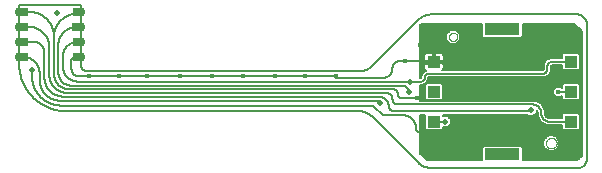
<source format=gtl>
G75*
%MOIN*%
%OFA0B0*%
%FSLAX25Y25*%
%IPPOS*%
%LPD*%
%AMOC8*
5,1,8,0,0,1.08239X$1,22.5*
%
%ADD10C,0.00600*%
%ADD11R,0.04331X0.03937*%
%ADD12R,0.11811X0.03937*%
%ADD13C,0.00000*%
%ADD14C,0.03012*%
%ADD15R,0.03150X0.02992*%
%ADD16C,0.01587*%
%ADD17C,0.02000*%
D10*
X0069810Y0059490D02*
X0074633Y0059490D01*
X0074735Y0059498D02*
X0167262Y0059498D01*
X0167409Y0059498D01*
X0171585Y0057812D02*
X0187193Y0042285D01*
X0190050Y0043100D02*
X0187550Y0045600D01*
X0187550Y0058400D01*
X0189209Y0058400D01*
X0189150Y0058341D01*
X0189150Y0053659D01*
X0189677Y0053131D01*
X0194753Y0053131D01*
X0195281Y0053659D01*
X0195281Y0054100D01*
X0196837Y0054100D01*
X0197950Y0055213D01*
X0197950Y0056787D01*
X0196837Y0057900D01*
X0195281Y0057900D01*
X0195281Y0058341D01*
X0195222Y0058400D01*
X0223363Y0058400D01*
X0223863Y0057900D01*
X0225437Y0057900D01*
X0226550Y0059013D01*
X0226550Y0059839D01*
X0226795Y0059414D01*
X0226850Y0059000D01*
X0226850Y0057875D01*
X0227975Y0055925D01*
X0227975Y0055925D01*
X0227975Y0055925D01*
X0229925Y0054800D01*
X0234819Y0054800D01*
X0234819Y0053659D01*
X0235346Y0053131D01*
X0240423Y0053131D01*
X0240950Y0053659D01*
X0240950Y0058341D01*
X0240423Y0058868D01*
X0235346Y0058868D01*
X0234819Y0058341D01*
X0234819Y0057200D01*
X0231050Y0057200D01*
X0230584Y0057261D01*
X0229777Y0057727D01*
X0229311Y0058534D01*
X0229250Y0059000D01*
X0229250Y0060072D01*
X0228178Y0061928D01*
X0226322Y0063000D01*
X0187550Y0063000D01*
X0187550Y0068200D01*
X0188547Y0068200D01*
X0189640Y0068831D01*
X0189150Y0068341D01*
X0189150Y0063659D01*
X0189677Y0063131D01*
X0194753Y0063131D01*
X0195281Y0063659D01*
X0195281Y0068341D01*
X0194753Y0068868D01*
X0189705Y0068868D01*
X0189753Y0068897D01*
X0190450Y0070103D01*
X0190450Y0070800D01*
X0190450Y0072000D02*
X0190383Y0071998D01*
X0190316Y0071992D01*
X0190249Y0071983D01*
X0190183Y0071970D01*
X0190118Y0071953D01*
X0190054Y0071933D01*
X0189991Y0071909D01*
X0189929Y0071881D01*
X0189870Y0071850D01*
X0189812Y0071816D01*
X0189756Y0071779D01*
X0189702Y0071738D01*
X0189650Y0071695D01*
X0189601Y0071649D01*
X0189555Y0071600D01*
X0189512Y0071548D01*
X0189471Y0071494D01*
X0189434Y0071438D01*
X0189400Y0071380D01*
X0189369Y0071321D01*
X0189341Y0071259D01*
X0189317Y0071196D01*
X0189297Y0071132D01*
X0189280Y0071067D01*
X0189267Y0071001D01*
X0189258Y0070934D01*
X0189252Y0070867D01*
X0189250Y0070800D01*
X0190450Y0070800D02*
X0229200Y0070800D01*
X0230500Y0071550D01*
X0231250Y0072850D01*
X0231250Y0074400D01*
X0231264Y0074504D01*
X0231367Y0074683D01*
X0231546Y0074786D01*
X0231650Y0074800D01*
X0234819Y0074800D01*
X0234819Y0073659D01*
X0235346Y0073131D01*
X0240423Y0073131D01*
X0240950Y0073659D01*
X0240950Y0078341D01*
X0240423Y0078868D01*
X0235346Y0078868D01*
X0234819Y0078341D01*
X0234819Y0077200D01*
X0230900Y0077200D01*
X0229600Y0076450D01*
X0229600Y0076450D01*
X0229600Y0076450D01*
X0228850Y0075150D01*
X0228850Y0073600D01*
X0228836Y0073496D01*
X0228733Y0073317D01*
X0228554Y0073214D01*
X0228450Y0073200D01*
X0195105Y0073200D01*
X0195261Y0073356D01*
X0195406Y0073607D01*
X0195481Y0073887D01*
X0195481Y0075700D01*
X0192515Y0075700D01*
X0192515Y0076300D01*
X0191915Y0076300D01*
X0191915Y0075700D01*
X0188950Y0075700D01*
X0188950Y0073887D01*
X0189025Y0073607D01*
X0189170Y0073356D01*
X0189375Y0073151D01*
X0189549Y0073051D01*
X0188693Y0072557D01*
X0188693Y0072557D01*
X0188693Y0072557D01*
X0188050Y0071443D01*
X0188050Y0070800D01*
X0188043Y0070748D01*
X0187991Y0070659D01*
X0187902Y0070607D01*
X0187850Y0070600D01*
X0187550Y0070600D01*
X0187550Y0088100D01*
X0188050Y0088600D01*
X0208244Y0088600D01*
X0208244Y0084525D01*
X0208772Y0083998D01*
X0221328Y0083998D01*
X0221855Y0084525D01*
X0221855Y0088600D01*
X0239050Y0088600D01*
X0241550Y0086100D01*
X0241550Y0044600D01*
X0240050Y0043100D01*
X0221855Y0043100D01*
X0221855Y0047475D01*
X0221328Y0048002D01*
X0208772Y0048002D01*
X0208244Y0047475D01*
X0208244Y0043100D01*
X0190050Y0043100D01*
X0189587Y0043563D02*
X0208244Y0043563D01*
X0208244Y0044161D02*
X0188989Y0044161D01*
X0188390Y0044760D02*
X0208244Y0044760D01*
X0208244Y0045358D02*
X0187792Y0045358D01*
X0187550Y0045957D02*
X0208244Y0045957D01*
X0208244Y0046555D02*
X0187550Y0046555D01*
X0187550Y0047154D02*
X0208244Y0047154D01*
X0208522Y0047752D02*
X0187550Y0047752D01*
X0187550Y0048351D02*
X0228717Y0048351D01*
X0228717Y0048343D02*
X0229124Y0047361D01*
X0229875Y0046609D01*
X0230857Y0046202D01*
X0231920Y0046202D01*
X0232902Y0046609D01*
X0233653Y0047361D01*
X0234060Y0048343D01*
X0234060Y0049405D01*
X0233653Y0050387D01*
X0232902Y0051139D01*
X0231920Y0051546D01*
X0230857Y0051546D01*
X0229875Y0051139D01*
X0229124Y0050387D01*
X0228717Y0049405D01*
X0228717Y0048343D01*
X0228717Y0048949D02*
X0187550Y0048949D01*
X0187550Y0049548D02*
X0228776Y0049548D01*
X0229024Y0050146D02*
X0187550Y0050146D01*
X0187550Y0050745D02*
X0229481Y0050745D01*
X0230369Y0051343D02*
X0187550Y0051343D01*
X0187550Y0051942D02*
X0241550Y0051942D01*
X0241550Y0052540D02*
X0187550Y0052540D01*
X0187450Y0052600D02*
X0196650Y0052600D01*
X0195281Y0053737D02*
X0234819Y0053737D01*
X0234819Y0054336D02*
X0197073Y0054336D01*
X0198750Y0054700D02*
X0198748Y0054611D01*
X0198742Y0054522D01*
X0198733Y0054433D01*
X0198720Y0054345D01*
X0198703Y0054258D01*
X0198682Y0054171D01*
X0198658Y0054085D01*
X0198630Y0054000D01*
X0198599Y0053917D01*
X0198564Y0053835D01*
X0198525Y0053755D01*
X0198483Y0053676D01*
X0198438Y0053599D01*
X0198390Y0053524D01*
X0198338Y0053451D01*
X0198284Y0053381D01*
X0198226Y0053313D01*
X0198166Y0053247D01*
X0198103Y0053184D01*
X0198037Y0053124D01*
X0197969Y0053066D01*
X0197899Y0053012D01*
X0197826Y0052960D01*
X0197751Y0052912D01*
X0197674Y0052867D01*
X0197595Y0052825D01*
X0197515Y0052786D01*
X0197433Y0052751D01*
X0197350Y0052720D01*
X0197265Y0052692D01*
X0197179Y0052668D01*
X0197092Y0052647D01*
X0197005Y0052630D01*
X0196917Y0052617D01*
X0196828Y0052608D01*
X0196739Y0052602D01*
X0196650Y0052600D01*
X0194761Y0053139D02*
X0235339Y0053139D01*
X0233850Y0056000D02*
X0237885Y0056000D01*
X0231050Y0056000D01*
X0229692Y0054934D02*
X0197671Y0054934D01*
X0197950Y0055533D02*
X0228655Y0055533D01*
X0227856Y0056132D02*
X0197950Y0056132D01*
X0197950Y0056730D02*
X0227511Y0056730D01*
X0227165Y0057329D02*
X0197408Y0057329D01*
X0195281Y0057927D02*
X0223836Y0057927D01*
X0225464Y0057927D02*
X0226850Y0057927D01*
X0226850Y0058526D02*
X0226063Y0058526D01*
X0226550Y0059124D02*
X0226834Y0059124D01*
X0226617Y0059723D02*
X0226550Y0059723D01*
X0228050Y0059000D02*
X0228048Y0059105D01*
X0228042Y0059209D01*
X0228032Y0059314D01*
X0228019Y0059417D01*
X0228001Y0059521D01*
X0227980Y0059623D01*
X0227955Y0059725D01*
X0227926Y0059825D01*
X0227893Y0059925D01*
X0227856Y0060023D01*
X0227816Y0060120D01*
X0227773Y0060215D01*
X0227726Y0060308D01*
X0227675Y0060400D01*
X0227621Y0060490D01*
X0227563Y0060577D01*
X0227503Y0060663D01*
X0227439Y0060746D01*
X0227372Y0060826D01*
X0227303Y0060904D01*
X0227230Y0060980D01*
X0227154Y0061053D01*
X0227076Y0061122D01*
X0226996Y0061189D01*
X0226913Y0061253D01*
X0226827Y0061313D01*
X0226740Y0061371D01*
X0226650Y0061425D01*
X0226558Y0061476D01*
X0226465Y0061523D01*
X0226370Y0061566D01*
X0226273Y0061606D01*
X0226175Y0061643D01*
X0226075Y0061676D01*
X0225975Y0061705D01*
X0225873Y0061730D01*
X0225771Y0061751D01*
X0225667Y0061769D01*
X0225564Y0061782D01*
X0225459Y0061792D01*
X0225355Y0061798D01*
X0225250Y0061800D01*
X0180450Y0061800D01*
X0178850Y0059600D02*
X0178771Y0059602D01*
X0178693Y0059608D01*
X0178615Y0059617D01*
X0178538Y0059631D01*
X0178461Y0059648D01*
X0178386Y0059669D01*
X0178311Y0059694D01*
X0178238Y0059722D01*
X0178166Y0059754D01*
X0178096Y0059789D01*
X0178027Y0059828D01*
X0177961Y0059870D01*
X0177897Y0059915D01*
X0177835Y0059963D01*
X0177776Y0060014D01*
X0177719Y0060069D01*
X0177664Y0060126D01*
X0177613Y0060185D01*
X0177565Y0060247D01*
X0177520Y0060311D01*
X0177478Y0060377D01*
X0177439Y0060446D01*
X0177404Y0060516D01*
X0177372Y0060588D01*
X0177344Y0060661D01*
X0177319Y0060736D01*
X0177298Y0060811D01*
X0177281Y0060888D01*
X0177267Y0060965D01*
X0177258Y0061043D01*
X0177252Y0061121D01*
X0177250Y0061200D01*
X0178850Y0059600D02*
X0224450Y0059600D01*
X0224476Y0059602D01*
X0224502Y0059607D01*
X0224527Y0059615D01*
X0224550Y0059627D01*
X0224572Y0059641D01*
X0224591Y0059659D01*
X0224609Y0059678D01*
X0224623Y0059700D01*
X0224635Y0059723D01*
X0224643Y0059748D01*
X0224648Y0059774D01*
X0224650Y0059800D01*
X0227852Y0062117D02*
X0241550Y0062117D01*
X0241550Y0062715D02*
X0226815Y0062715D01*
X0228178Y0061928D02*
X0228178Y0061928D01*
X0228178Y0061928D01*
X0228415Y0061518D02*
X0241550Y0061518D01*
X0241550Y0060920D02*
X0228761Y0060920D01*
X0229106Y0060321D02*
X0241550Y0060321D01*
X0241550Y0059723D02*
X0229250Y0059723D01*
X0229250Y0059124D02*
X0241550Y0059124D01*
X0241550Y0058526D02*
X0240766Y0058526D01*
X0240950Y0057927D02*
X0241550Y0057927D01*
X0241550Y0057329D02*
X0240950Y0057329D01*
X0240950Y0056730D02*
X0241550Y0056730D01*
X0241550Y0056132D02*
X0240950Y0056132D01*
X0240950Y0055533D02*
X0241550Y0055533D01*
X0241550Y0054934D02*
X0240950Y0054934D01*
X0240950Y0054336D02*
X0241550Y0054336D01*
X0241550Y0053737D02*
X0240950Y0053737D01*
X0240430Y0053139D02*
X0241550Y0053139D01*
X0241550Y0051343D02*
X0232408Y0051343D01*
X0233296Y0050745D02*
X0241550Y0050745D01*
X0241550Y0050146D02*
X0233753Y0050146D01*
X0234001Y0049548D02*
X0241550Y0049548D01*
X0241550Y0048949D02*
X0234060Y0048949D01*
X0234060Y0048351D02*
X0241550Y0048351D01*
X0241550Y0047752D02*
X0233816Y0047752D01*
X0233447Y0047154D02*
X0241550Y0047154D01*
X0241550Y0046555D02*
X0232772Y0046555D01*
X0230005Y0046555D02*
X0221855Y0046555D01*
X0221855Y0045957D02*
X0241550Y0045957D01*
X0241550Y0045358D02*
X0221855Y0045358D01*
X0221855Y0044760D02*
X0241550Y0044760D01*
X0241111Y0044161D02*
X0221855Y0044161D01*
X0221855Y0043563D02*
X0240513Y0043563D01*
X0243239Y0043750D02*
X0243237Y0043640D01*
X0243231Y0043530D01*
X0243222Y0043421D01*
X0243208Y0043312D01*
X0243191Y0043203D01*
X0243170Y0043095D01*
X0243145Y0042988D01*
X0243117Y0042882D01*
X0243085Y0042777D01*
X0243049Y0042673D01*
X0243010Y0042570D01*
X0242967Y0042469D01*
X0242920Y0042369D01*
X0242870Y0042271D01*
X0242817Y0042175D01*
X0242760Y0042081D01*
X0242700Y0041989D01*
X0242637Y0041898D01*
X0242571Y0041811D01*
X0242502Y0041725D01*
X0242430Y0041642D01*
X0242355Y0041562D01*
X0242277Y0041484D01*
X0242197Y0041409D01*
X0242114Y0041337D01*
X0242028Y0041268D01*
X0241941Y0041202D01*
X0241850Y0041139D01*
X0241758Y0041079D01*
X0241664Y0041022D01*
X0241568Y0040969D01*
X0241470Y0040919D01*
X0241370Y0040872D01*
X0241269Y0040829D01*
X0241166Y0040790D01*
X0241062Y0040754D01*
X0240957Y0040722D01*
X0240851Y0040694D01*
X0240744Y0040669D01*
X0240636Y0040648D01*
X0240527Y0040631D01*
X0240418Y0040617D01*
X0240309Y0040608D01*
X0240199Y0040602D01*
X0240089Y0040600D01*
X0239941Y0040600D01*
X0191516Y0040600D01*
X0191369Y0040600D01*
X0191368Y0040600D02*
X0191214Y0040602D01*
X0191061Y0040608D01*
X0190907Y0040618D01*
X0190754Y0040631D01*
X0190601Y0040649D01*
X0190449Y0040671D01*
X0190297Y0040696D01*
X0190146Y0040725D01*
X0189996Y0040759D01*
X0189846Y0040796D01*
X0189698Y0040836D01*
X0189551Y0040881D01*
X0189405Y0040929D01*
X0189260Y0040981D01*
X0189116Y0041037D01*
X0188975Y0041097D01*
X0188834Y0041160D01*
X0188695Y0041226D01*
X0188559Y0041296D01*
X0188423Y0041370D01*
X0188290Y0041447D01*
X0188159Y0041527D01*
X0188030Y0041611D01*
X0187903Y0041698D01*
X0187778Y0041788D01*
X0187656Y0041882D01*
X0187536Y0041978D01*
X0187419Y0042078D01*
X0187304Y0042180D01*
X0187192Y0042285D01*
X0187550Y0053139D02*
X0189670Y0053139D01*
X0189150Y0053737D02*
X0187550Y0053737D01*
X0186450Y0053600D02*
X0186452Y0053540D01*
X0186457Y0053479D01*
X0186466Y0053420D01*
X0186479Y0053361D01*
X0186495Y0053302D01*
X0186515Y0053245D01*
X0186538Y0053190D01*
X0186565Y0053135D01*
X0186594Y0053083D01*
X0186627Y0053032D01*
X0186663Y0052983D01*
X0186701Y0052937D01*
X0186743Y0052893D01*
X0186787Y0052851D01*
X0186833Y0052813D01*
X0186882Y0052777D01*
X0186933Y0052744D01*
X0186985Y0052715D01*
X0187040Y0052688D01*
X0187095Y0052665D01*
X0187152Y0052645D01*
X0187211Y0052629D01*
X0187270Y0052616D01*
X0187329Y0052607D01*
X0187390Y0052602D01*
X0187450Y0052600D01*
X0187550Y0054336D02*
X0189150Y0054336D01*
X0189150Y0054934D02*
X0187550Y0054934D01*
X0187550Y0055533D02*
X0189150Y0055533D01*
X0189150Y0056132D02*
X0187550Y0056132D01*
X0187550Y0056730D02*
X0189150Y0056730D01*
X0189150Y0057329D02*
X0187550Y0057329D01*
X0187550Y0057927D02*
X0189150Y0057927D01*
X0192215Y0056000D02*
X0196050Y0056000D01*
X0198750Y0055700D02*
X0198750Y0054700D01*
X0186450Y0053600D02*
X0186448Y0053734D01*
X0186442Y0053867D01*
X0186432Y0054001D01*
X0186419Y0054134D01*
X0186401Y0054267D01*
X0186380Y0054399D01*
X0186355Y0054530D01*
X0186326Y0054661D01*
X0186293Y0054791D01*
X0186257Y0054919D01*
X0186217Y0055047D01*
X0186173Y0055173D01*
X0186125Y0055298D01*
X0186074Y0055422D01*
X0186019Y0055544D01*
X0185961Y0055664D01*
X0185899Y0055783D01*
X0185834Y0055900D01*
X0185765Y0056015D01*
X0185693Y0056128D01*
X0185618Y0056238D01*
X0185540Y0056347D01*
X0185458Y0056453D01*
X0185374Y0056557D01*
X0185286Y0056658D01*
X0185196Y0056757D01*
X0185103Y0056853D01*
X0185007Y0056946D01*
X0184908Y0057036D01*
X0184807Y0057124D01*
X0184703Y0057208D01*
X0184597Y0057290D01*
X0184488Y0057368D01*
X0184378Y0057443D01*
X0184265Y0057515D01*
X0184150Y0057584D01*
X0184033Y0057649D01*
X0183914Y0057711D01*
X0183794Y0057769D01*
X0183672Y0057824D01*
X0183548Y0057875D01*
X0183423Y0057923D01*
X0183297Y0057967D01*
X0183169Y0058007D01*
X0183041Y0058043D01*
X0182911Y0058076D01*
X0182780Y0058105D01*
X0182649Y0058130D01*
X0182517Y0058151D01*
X0182384Y0058169D01*
X0182251Y0058182D01*
X0182117Y0058192D01*
X0181984Y0058198D01*
X0181850Y0058200D01*
X0175250Y0058200D01*
X0172050Y0061400D01*
X0068250Y0061400D01*
X0067850Y0063000D02*
X0173450Y0063000D01*
X0173505Y0062998D01*
X0173559Y0062993D01*
X0173613Y0062983D01*
X0173666Y0062970D01*
X0173718Y0062954D01*
X0173769Y0062934D01*
X0173818Y0062910D01*
X0173866Y0062884D01*
X0173911Y0062854D01*
X0173955Y0062821D01*
X0173996Y0062785D01*
X0174035Y0062746D01*
X0174071Y0062705D01*
X0174104Y0062661D01*
X0174134Y0062616D01*
X0174160Y0062568D01*
X0174184Y0062519D01*
X0174204Y0062468D01*
X0174220Y0062416D01*
X0174233Y0062363D01*
X0174243Y0062309D01*
X0174248Y0062255D01*
X0174250Y0062200D01*
X0174050Y0064400D02*
X0174162Y0064398D01*
X0174273Y0064392D01*
X0174384Y0064382D01*
X0174495Y0064369D01*
X0174606Y0064351D01*
X0174715Y0064330D01*
X0174824Y0064305D01*
X0174932Y0064276D01*
X0175039Y0064243D01*
X0175144Y0064207D01*
X0175249Y0064167D01*
X0175352Y0064123D01*
X0175453Y0064076D01*
X0175552Y0064025D01*
X0175650Y0063971D01*
X0175746Y0063914D01*
X0175839Y0063853D01*
X0175931Y0063789D01*
X0176020Y0063722D01*
X0176107Y0063651D01*
X0176191Y0063578D01*
X0176273Y0063502D01*
X0176352Y0063423D01*
X0176428Y0063341D01*
X0176501Y0063257D01*
X0176572Y0063170D01*
X0176639Y0063081D01*
X0176703Y0062989D01*
X0176764Y0062896D01*
X0176821Y0062800D01*
X0176875Y0062702D01*
X0176926Y0062603D01*
X0176973Y0062502D01*
X0177017Y0062399D01*
X0177057Y0062294D01*
X0177093Y0062189D01*
X0177126Y0062082D01*
X0177155Y0061974D01*
X0177180Y0061865D01*
X0177201Y0061756D01*
X0177219Y0061645D01*
X0177232Y0061534D01*
X0177242Y0061423D01*
X0177248Y0061312D01*
X0177250Y0061200D01*
X0178450Y0063800D02*
X0178448Y0063883D01*
X0178442Y0063966D01*
X0178433Y0064049D01*
X0178419Y0064131D01*
X0178402Y0064212D01*
X0178381Y0064293D01*
X0178357Y0064372D01*
X0178328Y0064450D01*
X0178297Y0064527D01*
X0178261Y0064602D01*
X0178223Y0064676D01*
X0178180Y0064748D01*
X0178135Y0064817D01*
X0178086Y0064885D01*
X0178035Y0064950D01*
X0177980Y0065013D01*
X0177923Y0065073D01*
X0177863Y0065130D01*
X0177800Y0065185D01*
X0177735Y0065236D01*
X0177667Y0065285D01*
X0177598Y0065330D01*
X0177526Y0065373D01*
X0177452Y0065411D01*
X0177377Y0065447D01*
X0177300Y0065478D01*
X0177222Y0065507D01*
X0177143Y0065531D01*
X0177062Y0065552D01*
X0176981Y0065569D01*
X0176899Y0065583D01*
X0176816Y0065592D01*
X0176733Y0065598D01*
X0176650Y0065600D01*
X0070250Y0065600D01*
X0070850Y0066800D02*
X0178850Y0066800D01*
X0178923Y0066798D01*
X0178996Y0066792D01*
X0179069Y0066783D01*
X0179141Y0066769D01*
X0179212Y0066752D01*
X0179283Y0066731D01*
X0179352Y0066707D01*
X0179419Y0066679D01*
X0179486Y0066647D01*
X0179550Y0066612D01*
X0179612Y0066574D01*
X0179673Y0066533D01*
X0179731Y0066488D01*
X0179787Y0066440D01*
X0179840Y0066390D01*
X0179890Y0066337D01*
X0179938Y0066281D01*
X0179983Y0066223D01*
X0180024Y0066162D01*
X0180062Y0066100D01*
X0180097Y0066036D01*
X0180129Y0065969D01*
X0180157Y0065902D01*
X0180181Y0065833D01*
X0180202Y0065762D01*
X0180219Y0065691D01*
X0180233Y0065619D01*
X0180242Y0065546D01*
X0180248Y0065473D01*
X0180250Y0065400D01*
X0180252Y0065321D01*
X0180258Y0065243D01*
X0180267Y0065165D01*
X0180281Y0065088D01*
X0180298Y0065011D01*
X0180319Y0064936D01*
X0180344Y0064861D01*
X0180372Y0064788D01*
X0180404Y0064716D01*
X0180439Y0064646D01*
X0180478Y0064577D01*
X0180520Y0064511D01*
X0180565Y0064447D01*
X0180613Y0064385D01*
X0180664Y0064326D01*
X0180719Y0064269D01*
X0180776Y0064214D01*
X0180835Y0064163D01*
X0180897Y0064115D01*
X0180961Y0064070D01*
X0181027Y0064028D01*
X0181096Y0063989D01*
X0181166Y0063954D01*
X0181238Y0063922D01*
X0181311Y0063894D01*
X0181386Y0063869D01*
X0181461Y0063848D01*
X0181538Y0063831D01*
X0181615Y0063817D01*
X0181693Y0063808D01*
X0181771Y0063802D01*
X0181850Y0063800D01*
X0186550Y0063800D01*
X0187550Y0063912D02*
X0189150Y0063912D01*
X0189150Y0064511D02*
X0187550Y0064511D01*
X0187550Y0065109D02*
X0189150Y0065109D01*
X0189150Y0065708D02*
X0187550Y0065708D01*
X0187550Y0066306D02*
X0189150Y0066306D01*
X0189150Y0066905D02*
X0187550Y0066905D01*
X0187550Y0067503D02*
X0189150Y0067503D01*
X0189150Y0068102D02*
X0187550Y0068102D01*
X0187850Y0069400D02*
X0184250Y0069400D01*
X0073650Y0069400D01*
X0071650Y0068000D02*
X0181850Y0068000D01*
X0181937Y0067998D01*
X0182024Y0067992D01*
X0182111Y0067983D01*
X0182197Y0067970D01*
X0182283Y0067953D01*
X0182368Y0067932D01*
X0182451Y0067907D01*
X0182534Y0067879D01*
X0182615Y0067848D01*
X0182695Y0067813D01*
X0182773Y0067774D01*
X0182850Y0067732D01*
X0182925Y0067687D01*
X0182997Y0067638D01*
X0183068Y0067587D01*
X0183136Y0067532D01*
X0183201Y0067475D01*
X0183264Y0067414D01*
X0183325Y0067351D01*
X0183382Y0067286D01*
X0183437Y0067218D01*
X0183488Y0067147D01*
X0183537Y0067075D01*
X0183582Y0067000D01*
X0183624Y0066923D01*
X0183663Y0066845D01*
X0183698Y0066765D01*
X0183729Y0066684D01*
X0183757Y0066601D01*
X0183782Y0066518D01*
X0183803Y0066433D01*
X0183820Y0066347D01*
X0183833Y0066261D01*
X0183842Y0066174D01*
X0183848Y0066087D01*
X0183850Y0066000D01*
X0180450Y0061800D02*
X0180363Y0061802D01*
X0180276Y0061808D01*
X0180189Y0061817D01*
X0180103Y0061830D01*
X0180017Y0061847D01*
X0179932Y0061868D01*
X0179849Y0061893D01*
X0179766Y0061921D01*
X0179685Y0061952D01*
X0179605Y0061987D01*
X0179527Y0062026D01*
X0179450Y0062068D01*
X0179375Y0062113D01*
X0179303Y0062162D01*
X0179232Y0062213D01*
X0179164Y0062268D01*
X0179099Y0062325D01*
X0179036Y0062386D01*
X0178975Y0062449D01*
X0178918Y0062514D01*
X0178863Y0062582D01*
X0178812Y0062653D01*
X0178763Y0062725D01*
X0178718Y0062800D01*
X0178676Y0062877D01*
X0178637Y0062955D01*
X0178602Y0063035D01*
X0178571Y0063116D01*
X0178543Y0063199D01*
X0178518Y0063282D01*
X0178497Y0063367D01*
X0178480Y0063453D01*
X0178467Y0063539D01*
X0178458Y0063626D01*
X0178452Y0063713D01*
X0178450Y0063800D01*
X0174050Y0064400D02*
X0068850Y0064400D01*
X0067850Y0063000D02*
X0067681Y0063002D01*
X0067512Y0063008D01*
X0067343Y0063018D01*
X0067174Y0063033D01*
X0067006Y0063051D01*
X0066839Y0063073D01*
X0066672Y0063100D01*
X0066505Y0063130D01*
X0066340Y0063165D01*
X0066175Y0063203D01*
X0066011Y0063246D01*
X0065848Y0063292D01*
X0065687Y0063343D01*
X0065527Y0063397D01*
X0065368Y0063455D01*
X0065210Y0063517D01*
X0065054Y0063582D01*
X0064900Y0063652D01*
X0064748Y0063725D01*
X0064597Y0063802D01*
X0064448Y0063882D01*
X0064301Y0063966D01*
X0064157Y0064054D01*
X0064014Y0064145D01*
X0063874Y0064239D01*
X0063736Y0064337D01*
X0063600Y0064438D01*
X0063467Y0064542D01*
X0063336Y0064650D01*
X0063208Y0064760D01*
X0063083Y0064874D01*
X0062960Y0064991D01*
X0062841Y0065110D01*
X0062724Y0065233D01*
X0062610Y0065358D01*
X0062500Y0065486D01*
X0062392Y0065617D01*
X0062288Y0065750D01*
X0062187Y0065886D01*
X0062089Y0066024D01*
X0061995Y0066164D01*
X0061904Y0066307D01*
X0061816Y0066451D01*
X0061732Y0066598D01*
X0061652Y0066747D01*
X0061575Y0066898D01*
X0061502Y0067050D01*
X0061432Y0067204D01*
X0061367Y0067360D01*
X0061305Y0067518D01*
X0061247Y0067677D01*
X0061193Y0067837D01*
X0061142Y0067998D01*
X0061096Y0068161D01*
X0061053Y0068325D01*
X0061015Y0068490D01*
X0060980Y0068655D01*
X0060950Y0068822D01*
X0060923Y0068989D01*
X0060901Y0069156D01*
X0060883Y0069324D01*
X0060868Y0069493D01*
X0060858Y0069662D01*
X0060852Y0069831D01*
X0060850Y0070000D01*
X0060850Y0072257D01*
X0058250Y0071400D02*
X0058250Y0073200D01*
X0060850Y0072257D02*
X0060848Y0072401D01*
X0060842Y0072546D01*
X0060832Y0072690D01*
X0060819Y0072834D01*
X0060801Y0072977D01*
X0060780Y0073120D01*
X0060754Y0073262D01*
X0060725Y0073404D01*
X0060692Y0073545D01*
X0060656Y0073684D01*
X0060615Y0073823D01*
X0060571Y0073960D01*
X0060523Y0074097D01*
X0060471Y0074232D01*
X0060416Y0074365D01*
X0060357Y0074497D01*
X0060294Y0074627D01*
X0060229Y0074756D01*
X0060159Y0074883D01*
X0060086Y0075007D01*
X0060010Y0075130D01*
X0059931Y0075251D01*
X0059848Y0075369D01*
X0059762Y0075486D01*
X0059673Y0075599D01*
X0059581Y0075711D01*
X0059486Y0075820D01*
X0059388Y0075926D01*
X0059287Y0076029D01*
X0059184Y0076130D01*
X0059078Y0076228D01*
X0058969Y0076323D01*
X0058857Y0076415D01*
X0058744Y0076504D01*
X0058627Y0076590D01*
X0058509Y0076673D01*
X0058388Y0076752D01*
X0058265Y0076828D01*
X0058141Y0076901D01*
X0058014Y0076971D01*
X0057885Y0077036D01*
X0057755Y0077099D01*
X0057623Y0077158D01*
X0057490Y0077213D01*
X0057355Y0077265D01*
X0057218Y0077313D01*
X0057081Y0077357D01*
X0056942Y0077398D01*
X0056803Y0077434D01*
X0056662Y0077467D01*
X0056520Y0077496D01*
X0056378Y0077522D01*
X0056235Y0077543D01*
X0056092Y0077561D01*
X0055948Y0077574D01*
X0055804Y0077584D01*
X0055659Y0077590D01*
X0055515Y0077592D01*
X0053966Y0077592D01*
X0053954Y0077594D01*
X0053943Y0077598D01*
X0053933Y0077605D01*
X0053926Y0077615D01*
X0053922Y0077626D01*
X0053920Y0077638D01*
X0053921Y0077638D02*
X0055469Y0077638D01*
X0055515Y0077592D01*
X0054929Y0077592D01*
X0055469Y0077638D02*
X0055481Y0077636D01*
X0055492Y0077632D01*
X0055502Y0077625D01*
X0055509Y0077615D01*
X0055513Y0077604D01*
X0055515Y0077592D01*
X0053966Y0077592D02*
X0053954Y0077594D01*
X0053943Y0077598D01*
X0053933Y0077605D01*
X0053926Y0077615D01*
X0053922Y0077626D01*
X0053920Y0077638D01*
X0053922Y0077626D01*
X0053926Y0077615D01*
X0053933Y0077605D01*
X0053943Y0077598D01*
X0053954Y0077594D01*
X0053966Y0077592D01*
X0054027Y0075360D02*
X0054027Y0094750D01*
X0054027Y0094897D02*
X0074499Y0094897D01*
X0074499Y0094750D02*
X0074499Y0075360D01*
X0068650Y0074400D02*
X0068652Y0074260D01*
X0068658Y0074120D01*
X0068668Y0073980D01*
X0068681Y0073840D01*
X0068699Y0073701D01*
X0068721Y0073562D01*
X0068746Y0073425D01*
X0068775Y0073287D01*
X0068808Y0073151D01*
X0068845Y0073016D01*
X0068886Y0072882D01*
X0068931Y0072749D01*
X0068979Y0072617D01*
X0069031Y0072487D01*
X0069086Y0072358D01*
X0069145Y0072231D01*
X0069208Y0072105D01*
X0069274Y0071981D01*
X0069343Y0071860D01*
X0069416Y0071740D01*
X0069493Y0071622D01*
X0069572Y0071507D01*
X0069655Y0071393D01*
X0069741Y0071283D01*
X0069830Y0071174D01*
X0069922Y0071068D01*
X0070017Y0070965D01*
X0070114Y0070864D01*
X0070215Y0070767D01*
X0070318Y0070672D01*
X0070424Y0070580D01*
X0070533Y0070491D01*
X0070643Y0070405D01*
X0070757Y0070322D01*
X0070872Y0070243D01*
X0070990Y0070166D01*
X0071110Y0070093D01*
X0071231Y0070024D01*
X0071355Y0069958D01*
X0071481Y0069895D01*
X0071608Y0069836D01*
X0071737Y0069781D01*
X0071867Y0069729D01*
X0071999Y0069681D01*
X0072132Y0069636D01*
X0072266Y0069595D01*
X0072401Y0069558D01*
X0072537Y0069525D01*
X0072675Y0069496D01*
X0072812Y0069471D01*
X0072951Y0069449D01*
X0073090Y0069431D01*
X0073230Y0069418D01*
X0073370Y0069408D01*
X0073510Y0069402D01*
X0073650Y0069400D01*
X0074150Y0071100D02*
X0077250Y0071100D01*
X0087250Y0071100D01*
X0096750Y0071100D01*
X0107750Y0071100D01*
X0118250Y0071100D01*
X0128750Y0071100D01*
X0139150Y0071100D01*
X0149250Y0071100D01*
X0159550Y0071100D01*
X0159552Y0071061D01*
X0159558Y0071022D01*
X0159567Y0070984D01*
X0159580Y0070947D01*
X0159597Y0070911D01*
X0159617Y0070878D01*
X0159641Y0070846D01*
X0159667Y0070817D01*
X0159696Y0070791D01*
X0159728Y0070767D01*
X0159761Y0070747D01*
X0159797Y0070730D01*
X0159834Y0070717D01*
X0159872Y0070708D01*
X0159911Y0070702D01*
X0159950Y0070700D01*
X0175250Y0070700D01*
X0175362Y0070702D01*
X0175473Y0070708D01*
X0175584Y0070718D01*
X0175695Y0070731D01*
X0175806Y0070749D01*
X0175915Y0070770D01*
X0176024Y0070795D01*
X0176132Y0070824D01*
X0176239Y0070857D01*
X0176344Y0070893D01*
X0176449Y0070933D01*
X0176552Y0070977D01*
X0176653Y0071024D01*
X0176752Y0071075D01*
X0176850Y0071129D01*
X0176946Y0071186D01*
X0177039Y0071247D01*
X0177131Y0071311D01*
X0177220Y0071378D01*
X0177307Y0071449D01*
X0177391Y0071522D01*
X0177473Y0071598D01*
X0177552Y0071677D01*
X0177628Y0071759D01*
X0177701Y0071843D01*
X0177772Y0071930D01*
X0177839Y0072019D01*
X0177903Y0072111D01*
X0177964Y0072204D01*
X0178021Y0072300D01*
X0178075Y0072398D01*
X0178126Y0072497D01*
X0178173Y0072598D01*
X0178217Y0072701D01*
X0178257Y0072806D01*
X0178293Y0072911D01*
X0178326Y0073018D01*
X0178355Y0073126D01*
X0178380Y0073235D01*
X0178401Y0073344D01*
X0178419Y0073455D01*
X0178432Y0073566D01*
X0178442Y0073677D01*
X0178448Y0073788D01*
X0178450Y0073900D01*
X0178452Y0073995D01*
X0178458Y0074090D01*
X0178468Y0074184D01*
X0178481Y0074279D01*
X0178499Y0074372D01*
X0178520Y0074465D01*
X0178546Y0074556D01*
X0178575Y0074647D01*
X0178607Y0074736D01*
X0178644Y0074824D01*
X0178684Y0074910D01*
X0178727Y0074995D01*
X0178774Y0075077D01*
X0178825Y0075158D01*
X0178878Y0075236D01*
X0178935Y0075313D01*
X0178995Y0075386D01*
X0179058Y0075458D01*
X0179124Y0075526D01*
X0179192Y0075592D01*
X0179264Y0075655D01*
X0179337Y0075715D01*
X0179414Y0075772D01*
X0179492Y0075825D01*
X0179573Y0075876D01*
X0179655Y0075923D01*
X0179740Y0075966D01*
X0179826Y0076006D01*
X0179914Y0076043D01*
X0180003Y0076075D01*
X0180094Y0076104D01*
X0180185Y0076130D01*
X0180278Y0076151D01*
X0180371Y0076169D01*
X0180466Y0076182D01*
X0180560Y0076192D01*
X0180655Y0076198D01*
X0180750Y0076200D01*
X0182750Y0076200D01*
X0187350Y0076200D01*
X0187550Y0076481D02*
X0188950Y0076481D01*
X0188950Y0076300D02*
X0191915Y0076300D01*
X0191915Y0079068D01*
X0189905Y0079068D01*
X0189625Y0078994D01*
X0189375Y0078849D01*
X0189170Y0078644D01*
X0189025Y0078393D01*
X0188950Y0078113D01*
X0188950Y0076300D01*
X0188950Y0077079D02*
X0187550Y0077079D01*
X0187550Y0077678D02*
X0188950Y0077678D01*
X0188994Y0078276D02*
X0187550Y0078276D01*
X0187550Y0078875D02*
X0189420Y0078875D01*
X0187550Y0079473D02*
X0241550Y0079473D01*
X0241550Y0078875D02*
X0195011Y0078875D01*
X0195056Y0078849D02*
X0194805Y0078994D01*
X0194526Y0079068D01*
X0192515Y0079068D01*
X0192515Y0076300D01*
X0195481Y0076300D01*
X0195481Y0078113D01*
X0195406Y0078393D01*
X0195261Y0078644D01*
X0195056Y0078849D01*
X0195437Y0078276D02*
X0234819Y0078276D01*
X0234819Y0077678D02*
X0195481Y0077678D01*
X0195481Y0077079D02*
X0230691Y0077079D01*
X0229654Y0076481D02*
X0195481Y0076481D01*
X0192515Y0076481D02*
X0191915Y0076481D01*
X0192215Y0076000D02*
X0191415Y0075200D01*
X0188350Y0075200D01*
X0188250Y0075200D01*
X0187550Y0075284D02*
X0188950Y0075284D01*
X0188950Y0074685D02*
X0187550Y0074685D01*
X0188350Y0075200D02*
X0188348Y0075260D01*
X0188343Y0075321D01*
X0188334Y0075380D01*
X0188321Y0075439D01*
X0188305Y0075498D01*
X0188285Y0075555D01*
X0188262Y0075610D01*
X0188235Y0075665D01*
X0188206Y0075717D01*
X0188173Y0075768D01*
X0188137Y0075817D01*
X0188099Y0075863D01*
X0188057Y0075907D01*
X0188013Y0075949D01*
X0187967Y0075987D01*
X0187918Y0076023D01*
X0187867Y0076056D01*
X0187815Y0076085D01*
X0187760Y0076112D01*
X0187705Y0076135D01*
X0187648Y0076155D01*
X0187589Y0076171D01*
X0187530Y0076184D01*
X0187471Y0076193D01*
X0187410Y0076198D01*
X0187350Y0076200D01*
X0187550Y0075882D02*
X0191915Y0075882D01*
X0192515Y0075882D02*
X0229273Y0075882D01*
X0228927Y0075284D02*
X0195481Y0075284D01*
X0195481Y0074685D02*
X0228850Y0074685D01*
X0228850Y0074087D02*
X0195481Y0074087D01*
X0195337Y0073488D02*
X0228832Y0073488D01*
X0230050Y0073600D02*
X0230048Y0073521D01*
X0230042Y0073443D01*
X0230033Y0073365D01*
X0230019Y0073288D01*
X0230002Y0073211D01*
X0229981Y0073136D01*
X0229956Y0073061D01*
X0229928Y0072988D01*
X0229896Y0072916D01*
X0229861Y0072846D01*
X0229822Y0072777D01*
X0229780Y0072711D01*
X0229735Y0072647D01*
X0229687Y0072585D01*
X0229636Y0072526D01*
X0229581Y0072469D01*
X0229524Y0072414D01*
X0229465Y0072363D01*
X0229403Y0072315D01*
X0229339Y0072270D01*
X0229273Y0072228D01*
X0229204Y0072189D01*
X0229134Y0072154D01*
X0229062Y0072122D01*
X0228989Y0072094D01*
X0228914Y0072069D01*
X0228839Y0072048D01*
X0228762Y0072031D01*
X0228685Y0072017D01*
X0228607Y0072008D01*
X0228529Y0072002D01*
X0228450Y0072000D01*
X0190450Y0072000D01*
X0189270Y0072890D02*
X0187550Y0072890D01*
X0187550Y0073488D02*
X0189093Y0073488D01*
X0188950Y0074087D02*
X0187550Y0074087D01*
X0187550Y0072291D02*
X0188540Y0072291D01*
X0188194Y0071693D02*
X0187550Y0071693D01*
X0187550Y0071094D02*
X0188050Y0071094D01*
X0189250Y0070800D02*
X0189248Y0070727D01*
X0189242Y0070654D01*
X0189233Y0070581D01*
X0189219Y0070509D01*
X0189202Y0070438D01*
X0189181Y0070367D01*
X0189157Y0070298D01*
X0189129Y0070231D01*
X0189097Y0070164D01*
X0189062Y0070100D01*
X0189024Y0070038D01*
X0188983Y0069977D01*
X0188938Y0069919D01*
X0188890Y0069863D01*
X0188840Y0069810D01*
X0188787Y0069760D01*
X0188731Y0069712D01*
X0188673Y0069667D01*
X0188612Y0069626D01*
X0188550Y0069588D01*
X0188486Y0069553D01*
X0188419Y0069521D01*
X0188352Y0069493D01*
X0188283Y0069469D01*
X0188212Y0069448D01*
X0188141Y0069431D01*
X0188069Y0069417D01*
X0187996Y0069408D01*
X0187923Y0069402D01*
X0187850Y0069400D01*
X0189413Y0068700D02*
X0189509Y0068700D01*
X0189753Y0068897D02*
X0189753Y0068897D01*
X0189753Y0068897D01*
X0189985Y0069299D02*
X0241550Y0069299D01*
X0241550Y0069897D02*
X0190331Y0069897D01*
X0190450Y0070496D02*
X0241550Y0070496D01*
X0241550Y0071094D02*
X0229710Y0071094D01*
X0230500Y0071550D02*
X0230500Y0071550D01*
X0230582Y0071693D02*
X0241550Y0071693D01*
X0241550Y0072291D02*
X0230928Y0072291D01*
X0231250Y0072890D02*
X0241550Y0072890D01*
X0241550Y0073488D02*
X0240780Y0073488D01*
X0240950Y0074087D02*
X0241550Y0074087D01*
X0241550Y0074685D02*
X0240950Y0074685D01*
X0240950Y0075284D02*
X0241550Y0075284D01*
X0241550Y0075882D02*
X0240950Y0075882D01*
X0240950Y0076481D02*
X0241550Y0076481D01*
X0241550Y0077079D02*
X0240950Y0077079D01*
X0240950Y0077678D02*
X0241550Y0077678D01*
X0241550Y0078276D02*
X0240950Y0078276D01*
X0241550Y0080072D02*
X0187550Y0080072D01*
X0187550Y0080670D02*
X0241550Y0080670D01*
X0241550Y0081269D02*
X0187550Y0081269D01*
X0187550Y0081868D02*
X0241550Y0081868D01*
X0241550Y0082466D02*
X0200092Y0082466D01*
X0199655Y0082029D02*
X0200989Y0083364D01*
X0200989Y0085251D01*
X0199655Y0086585D01*
X0197768Y0086585D01*
X0196433Y0085251D01*
X0196433Y0083364D01*
X0197768Y0082029D01*
X0199655Y0082029D01*
X0200690Y0083065D02*
X0241550Y0083065D01*
X0241550Y0083663D02*
X0200989Y0083663D01*
X0200989Y0084262D02*
X0208508Y0084262D01*
X0208244Y0084860D02*
X0200989Y0084860D01*
X0200781Y0085459D02*
X0208244Y0085459D01*
X0208244Y0086057D02*
X0200183Y0086057D01*
X0197240Y0086057D02*
X0187550Y0086057D01*
X0187550Y0085459D02*
X0196641Y0085459D01*
X0196433Y0084860D02*
X0187550Y0084860D01*
X0187550Y0084262D02*
X0196433Y0084262D01*
X0196433Y0083663D02*
X0187550Y0083663D01*
X0187550Y0083065D02*
X0196732Y0083065D01*
X0197331Y0082466D02*
X0187550Y0082466D01*
X0187095Y0090051D02*
X0187202Y0090155D01*
X0187311Y0090257D01*
X0187424Y0090356D01*
X0187538Y0090452D01*
X0187656Y0090545D01*
X0187775Y0090635D01*
X0187897Y0090722D01*
X0188021Y0090806D01*
X0188147Y0090886D01*
X0188274Y0090964D01*
X0188404Y0091038D01*
X0188536Y0091109D01*
X0188670Y0091177D01*
X0188805Y0091241D01*
X0188941Y0091301D01*
X0189080Y0091359D01*
X0189219Y0091412D01*
X0189360Y0091463D01*
X0189502Y0091509D01*
X0189646Y0091552D01*
X0189790Y0091592D01*
X0189935Y0091627D01*
X0190081Y0091659D01*
X0190228Y0091687D01*
X0190376Y0091712D01*
X0190524Y0091733D01*
X0190673Y0091750D01*
X0190822Y0091763D01*
X0190971Y0091772D01*
X0191120Y0091778D01*
X0191270Y0091780D01*
X0191270Y0091781D02*
X0191418Y0091781D01*
X0239941Y0091781D01*
X0240089Y0091781D01*
X0240199Y0091779D01*
X0240309Y0091773D01*
X0240418Y0091764D01*
X0240527Y0091750D01*
X0240636Y0091733D01*
X0240744Y0091712D01*
X0240851Y0091687D01*
X0240957Y0091659D01*
X0241062Y0091627D01*
X0241166Y0091591D01*
X0241269Y0091552D01*
X0241370Y0091509D01*
X0241470Y0091462D01*
X0241568Y0091412D01*
X0241664Y0091359D01*
X0241758Y0091302D01*
X0241850Y0091242D01*
X0241941Y0091179D01*
X0242028Y0091113D01*
X0242114Y0091044D01*
X0242197Y0090972D01*
X0242277Y0090897D01*
X0242355Y0090819D01*
X0242430Y0090739D01*
X0242502Y0090656D01*
X0242571Y0090570D01*
X0242637Y0090483D01*
X0242700Y0090392D01*
X0242760Y0090300D01*
X0242817Y0090206D01*
X0242870Y0090110D01*
X0242920Y0090012D01*
X0242967Y0089912D01*
X0243010Y0089811D01*
X0243049Y0089708D01*
X0243085Y0089604D01*
X0243117Y0089499D01*
X0243145Y0089393D01*
X0243170Y0089286D01*
X0243191Y0089178D01*
X0243208Y0089069D01*
X0243222Y0088960D01*
X0243231Y0088851D01*
X0243237Y0088741D01*
X0243239Y0088631D01*
X0243239Y0043750D01*
X0229330Y0047154D02*
X0221855Y0047154D01*
X0221578Y0047752D02*
X0228961Y0047752D01*
X0230468Y0057329D02*
X0234819Y0057329D01*
X0234819Y0057927D02*
X0229662Y0057927D01*
X0229316Y0058526D02*
X0235004Y0058526D01*
X0231050Y0056000D02*
X0230943Y0056002D01*
X0230836Y0056008D01*
X0230729Y0056017D01*
X0230623Y0056031D01*
X0230517Y0056048D01*
X0230412Y0056069D01*
X0230308Y0056093D01*
X0230205Y0056122D01*
X0230103Y0056154D01*
X0230002Y0056189D01*
X0229902Y0056228D01*
X0229804Y0056271D01*
X0229707Y0056317D01*
X0229612Y0056367D01*
X0229519Y0056420D01*
X0229428Y0056476D01*
X0229339Y0056536D01*
X0229252Y0056598D01*
X0229168Y0056664D01*
X0229085Y0056733D01*
X0229006Y0056804D01*
X0228929Y0056879D01*
X0228854Y0056956D01*
X0228783Y0057035D01*
X0228714Y0057118D01*
X0228648Y0057202D01*
X0228586Y0057289D01*
X0228526Y0057378D01*
X0228470Y0057469D01*
X0228417Y0057562D01*
X0228367Y0057657D01*
X0228321Y0057754D01*
X0228278Y0057852D01*
X0228239Y0057952D01*
X0228204Y0058053D01*
X0228172Y0058155D01*
X0228143Y0058258D01*
X0228119Y0058362D01*
X0228098Y0058467D01*
X0228081Y0058573D01*
X0228067Y0058679D01*
X0228058Y0058786D01*
X0228052Y0058893D01*
X0228050Y0059000D01*
X0234819Y0063659D02*
X0235346Y0063131D01*
X0240423Y0063131D01*
X0240950Y0063659D01*
X0240950Y0068341D01*
X0240423Y0068868D01*
X0235346Y0068868D01*
X0234819Y0068341D01*
X0234819Y0067226D01*
X0234452Y0067594D01*
X0233048Y0067594D01*
X0232056Y0066602D01*
X0232056Y0065198D01*
X0233048Y0064206D01*
X0234452Y0064206D01*
X0234819Y0064574D01*
X0234819Y0063659D01*
X0234819Y0063912D02*
X0195281Y0063912D01*
X0195281Y0064511D02*
X0232744Y0064511D01*
X0232146Y0065109D02*
X0195281Y0065109D01*
X0195281Y0065708D02*
X0232056Y0065708D01*
X0232056Y0066306D02*
X0195281Y0066306D01*
X0195281Y0066905D02*
X0232359Y0066905D01*
X0232958Y0067503D02*
X0195281Y0067503D01*
X0195281Y0068102D02*
X0234819Y0068102D01*
X0234819Y0067503D02*
X0234542Y0067503D01*
X0235178Y0068700D02*
X0194922Y0068700D01*
X0194936Y0063314D02*
X0235164Y0063314D01*
X0234819Y0064511D02*
X0234756Y0064511D01*
X0233750Y0065900D02*
X0237785Y0065900D01*
X0237885Y0066000D01*
X0240950Y0065708D02*
X0241550Y0065708D01*
X0241550Y0066306D02*
X0240950Y0066306D01*
X0240950Y0066905D02*
X0241550Y0066905D01*
X0241550Y0067503D02*
X0240950Y0067503D01*
X0240950Y0068102D02*
X0241550Y0068102D01*
X0241550Y0068700D02*
X0240591Y0068700D01*
X0240950Y0065109D02*
X0241550Y0065109D01*
X0241550Y0064511D02*
X0240950Y0064511D01*
X0240950Y0063912D02*
X0241550Y0063912D01*
X0241550Y0063314D02*
X0240605Y0063314D01*
X0234990Y0073488D02*
X0231250Y0073488D01*
X0231250Y0074087D02*
X0234819Y0074087D01*
X0234819Y0074685D02*
X0231372Y0074685D01*
X0231650Y0076000D02*
X0231571Y0075998D01*
X0231493Y0075992D01*
X0231415Y0075983D01*
X0231338Y0075969D01*
X0231261Y0075952D01*
X0231186Y0075931D01*
X0231111Y0075906D01*
X0231038Y0075878D01*
X0230966Y0075846D01*
X0230896Y0075811D01*
X0230827Y0075772D01*
X0230761Y0075730D01*
X0230697Y0075685D01*
X0230635Y0075637D01*
X0230576Y0075586D01*
X0230519Y0075531D01*
X0230464Y0075474D01*
X0230413Y0075415D01*
X0230365Y0075353D01*
X0230320Y0075289D01*
X0230278Y0075223D01*
X0230239Y0075154D01*
X0230204Y0075084D01*
X0230172Y0075012D01*
X0230144Y0074939D01*
X0230119Y0074864D01*
X0230098Y0074789D01*
X0230081Y0074712D01*
X0230067Y0074635D01*
X0230058Y0074557D01*
X0230052Y0074479D01*
X0230050Y0074400D01*
X0230050Y0073600D01*
X0231650Y0076000D02*
X0237885Y0076000D01*
X0241550Y0084262D02*
X0221592Y0084262D01*
X0221855Y0084860D02*
X0241550Y0084860D01*
X0241550Y0085459D02*
X0221855Y0085459D01*
X0221855Y0086057D02*
X0241550Y0086057D01*
X0240994Y0086656D02*
X0221855Y0086656D01*
X0221855Y0087254D02*
X0240396Y0087254D01*
X0239797Y0087853D02*
X0221855Y0087853D01*
X0221855Y0088451D02*
X0239199Y0088451D01*
X0208244Y0088451D02*
X0187901Y0088451D01*
X0187550Y0087853D02*
X0208244Y0087853D01*
X0208244Y0087254D02*
X0187550Y0087254D01*
X0187550Y0086656D02*
X0208244Y0086656D01*
X0192515Y0078875D02*
X0191915Y0078875D01*
X0191915Y0078276D02*
X0192515Y0078276D01*
X0192515Y0077678D02*
X0191915Y0077678D01*
X0191915Y0077079D02*
X0192515Y0077079D01*
X0187094Y0090051D02*
X0171585Y0074613D01*
X0167409Y0072883D02*
X0076585Y0072883D01*
X0076837Y0072891D02*
X0076904Y0072891D01*
X0077150Y0071200D02*
X0077167Y0071198D01*
X0077184Y0071194D01*
X0077200Y0071187D01*
X0077214Y0071177D01*
X0077227Y0071164D01*
X0077237Y0071150D01*
X0077244Y0071134D01*
X0077248Y0071117D01*
X0077250Y0071100D01*
X0074150Y0071100D02*
X0074049Y0071102D01*
X0073948Y0071108D01*
X0073848Y0071117D01*
X0073748Y0071130D01*
X0073648Y0071147D01*
X0073549Y0071168D01*
X0073451Y0071192D01*
X0073354Y0071220D01*
X0073258Y0071252D01*
X0073164Y0071287D01*
X0073070Y0071325D01*
X0072979Y0071367D01*
X0072888Y0071413D01*
X0072800Y0071462D01*
X0072714Y0071514D01*
X0072629Y0071569D01*
X0072547Y0071628D01*
X0072467Y0071689D01*
X0072389Y0071753D01*
X0072314Y0071821D01*
X0072241Y0071891D01*
X0072171Y0071964D01*
X0072103Y0072039D01*
X0072039Y0072117D01*
X0071978Y0072197D01*
X0071919Y0072279D01*
X0071864Y0072364D01*
X0071812Y0072450D01*
X0071763Y0072538D01*
X0071717Y0072629D01*
X0071675Y0072720D01*
X0071637Y0072814D01*
X0071602Y0072908D01*
X0071570Y0073004D01*
X0071542Y0073101D01*
X0071518Y0073199D01*
X0071497Y0073298D01*
X0071480Y0073398D01*
X0071467Y0073498D01*
X0071458Y0073598D01*
X0071452Y0073699D01*
X0071450Y0073800D01*
X0071450Y0076632D01*
X0071452Y0076692D01*
X0071457Y0076753D01*
X0071466Y0076812D01*
X0071479Y0076871D01*
X0071495Y0076930D01*
X0071515Y0076987D01*
X0071538Y0077042D01*
X0071565Y0077097D01*
X0071594Y0077149D01*
X0071627Y0077200D01*
X0071663Y0077249D01*
X0071701Y0077295D01*
X0071743Y0077339D01*
X0071787Y0077381D01*
X0071833Y0077419D01*
X0071882Y0077455D01*
X0071933Y0077488D01*
X0071985Y0077517D01*
X0072040Y0077544D01*
X0072095Y0077567D01*
X0072152Y0077587D01*
X0072211Y0077603D01*
X0072270Y0077616D01*
X0072329Y0077625D01*
X0072390Y0077630D01*
X0072450Y0077632D01*
X0073192Y0077632D01*
X0074780Y0077632D01*
X0074787Y0077638D01*
X0073192Y0082631D02*
X0073060Y0082629D01*
X0072928Y0082623D01*
X0072796Y0082614D01*
X0072665Y0082600D01*
X0072534Y0082583D01*
X0072403Y0082562D01*
X0072274Y0082537D01*
X0072145Y0082509D01*
X0072016Y0082476D01*
X0071889Y0082440D01*
X0071763Y0082400D01*
X0071639Y0082357D01*
X0071515Y0082310D01*
X0071393Y0082260D01*
X0071272Y0082205D01*
X0071154Y0082148D01*
X0071036Y0082087D01*
X0070921Y0082022D01*
X0070808Y0081955D01*
X0070696Y0081884D01*
X0070587Y0081810D01*
X0070480Y0081732D01*
X0070375Y0081652D01*
X0070272Y0081568D01*
X0070172Y0081482D01*
X0070075Y0081393D01*
X0069980Y0081301D01*
X0069888Y0081206D01*
X0069799Y0081109D01*
X0069713Y0081009D01*
X0069629Y0080906D01*
X0069549Y0080801D01*
X0069471Y0080694D01*
X0069397Y0080585D01*
X0069326Y0080473D01*
X0069259Y0080360D01*
X0069194Y0080245D01*
X0069133Y0080127D01*
X0069076Y0080009D01*
X0069021Y0079888D01*
X0068971Y0079766D01*
X0068924Y0079642D01*
X0068881Y0079518D01*
X0068841Y0079392D01*
X0068805Y0079265D01*
X0068772Y0079136D01*
X0068744Y0079007D01*
X0068719Y0078878D01*
X0068698Y0078747D01*
X0068681Y0078616D01*
X0068667Y0078485D01*
X0068658Y0078353D01*
X0068652Y0078221D01*
X0068650Y0078089D01*
X0068650Y0074400D01*
X0054027Y0075273D02*
X0054032Y0074892D01*
X0054045Y0074510D01*
X0054068Y0074130D01*
X0054101Y0073750D01*
X0054142Y0073371D01*
X0054193Y0072993D01*
X0054252Y0072616D01*
X0054321Y0072241D01*
X0054399Y0071867D01*
X0054486Y0071496D01*
X0054581Y0071127D01*
X0054686Y0070760D01*
X0054799Y0070396D01*
X0054922Y0070034D01*
X0055053Y0069676D01*
X0055192Y0069321D01*
X0055340Y0068970D01*
X0055497Y0068622D01*
X0055662Y0068278D01*
X0055835Y0067938D01*
X0056016Y0067603D01*
X0056206Y0067272D01*
X0056403Y0066945D01*
X0056608Y0066624D01*
X0056821Y0066307D01*
X0057041Y0065996D01*
X0057269Y0065690D01*
X0057504Y0065390D01*
X0057747Y0065095D01*
X0057996Y0064807D01*
X0058253Y0064525D01*
X0058516Y0064248D01*
X0058785Y0063979D01*
X0059062Y0063716D01*
X0059344Y0063459D01*
X0059632Y0063210D01*
X0059927Y0062967D01*
X0060227Y0062732D01*
X0060533Y0062504D01*
X0060844Y0062284D01*
X0061161Y0062071D01*
X0061482Y0061866D01*
X0061809Y0061669D01*
X0062140Y0061479D01*
X0062475Y0061298D01*
X0062815Y0061125D01*
X0063159Y0060960D01*
X0063507Y0060803D01*
X0063858Y0060655D01*
X0064213Y0060516D01*
X0064571Y0060385D01*
X0064933Y0060262D01*
X0065297Y0060149D01*
X0065664Y0060044D01*
X0066033Y0059949D01*
X0066404Y0059862D01*
X0066778Y0059784D01*
X0067153Y0059715D01*
X0067530Y0059656D01*
X0067908Y0059605D01*
X0068287Y0059564D01*
X0068667Y0059531D01*
X0069047Y0059508D01*
X0069429Y0059495D01*
X0069810Y0059490D01*
X0068850Y0064400D02*
X0068693Y0064402D01*
X0068536Y0064408D01*
X0068379Y0064417D01*
X0068223Y0064431D01*
X0068067Y0064448D01*
X0067911Y0064469D01*
X0067756Y0064494D01*
X0067601Y0064523D01*
X0067448Y0064556D01*
X0067295Y0064592D01*
X0067143Y0064632D01*
X0066992Y0064676D01*
X0066842Y0064723D01*
X0066694Y0064774D01*
X0066547Y0064829D01*
X0066401Y0064887D01*
X0066256Y0064949D01*
X0066114Y0065014D01*
X0065972Y0065083D01*
X0065833Y0065156D01*
X0065695Y0065231D01*
X0065560Y0065311D01*
X0065426Y0065393D01*
X0065294Y0065479D01*
X0065165Y0065567D01*
X0065038Y0065659D01*
X0064913Y0065755D01*
X0064790Y0065853D01*
X0064670Y0065954D01*
X0064552Y0066058D01*
X0064437Y0066165D01*
X0064325Y0066275D01*
X0064215Y0066387D01*
X0064108Y0066502D01*
X0064004Y0066620D01*
X0063903Y0066740D01*
X0063805Y0066863D01*
X0063709Y0066988D01*
X0063617Y0067115D01*
X0063529Y0067244D01*
X0063443Y0067376D01*
X0063361Y0067510D01*
X0063281Y0067645D01*
X0063206Y0067783D01*
X0063133Y0067922D01*
X0063064Y0068064D01*
X0062999Y0068206D01*
X0062937Y0068351D01*
X0062879Y0068497D01*
X0062824Y0068644D01*
X0062773Y0068792D01*
X0062726Y0068942D01*
X0062682Y0069093D01*
X0062642Y0069245D01*
X0062606Y0069398D01*
X0062573Y0069551D01*
X0062544Y0069706D01*
X0062519Y0069861D01*
X0062498Y0070017D01*
X0062481Y0070173D01*
X0062467Y0070329D01*
X0062458Y0070486D01*
X0062452Y0070643D01*
X0062450Y0070800D01*
X0062450Y0079200D01*
X0062448Y0079315D01*
X0062442Y0079429D01*
X0062433Y0079544D01*
X0062419Y0079657D01*
X0062402Y0079771D01*
X0062381Y0079884D01*
X0062357Y0079996D01*
X0062328Y0080107D01*
X0062296Y0080217D01*
X0062260Y0080326D01*
X0062221Y0080433D01*
X0062178Y0080540D01*
X0062131Y0080645D01*
X0062081Y0080748D01*
X0062028Y0080849D01*
X0061971Y0080949D01*
X0061911Y0081047D01*
X0061847Y0081142D01*
X0061781Y0081236D01*
X0061711Y0081327D01*
X0061639Y0081416D01*
X0061563Y0081502D01*
X0061485Y0081586D01*
X0061404Y0081667D01*
X0061320Y0081745D01*
X0061234Y0081821D01*
X0061145Y0081893D01*
X0061054Y0081963D01*
X0060960Y0082029D01*
X0060865Y0082093D01*
X0060767Y0082153D01*
X0060667Y0082210D01*
X0060566Y0082263D01*
X0060463Y0082313D01*
X0060358Y0082360D01*
X0060251Y0082403D01*
X0060144Y0082442D01*
X0060035Y0082478D01*
X0059925Y0082510D01*
X0059814Y0082539D01*
X0059702Y0082563D01*
X0059589Y0082584D01*
X0059475Y0082601D01*
X0059362Y0082615D01*
X0059247Y0082624D01*
X0059133Y0082630D01*
X0059018Y0082632D01*
X0055515Y0082632D01*
X0055509Y0082638D01*
X0053921Y0082638D01*
X0055509Y0082638D02*
X0055512Y0082637D01*
X0055514Y0082635D01*
X0055515Y0082632D01*
X0055514Y0082635D01*
X0055512Y0082637D01*
X0055509Y0082638D01*
X0055512Y0082637D01*
X0055514Y0082635D01*
X0055515Y0082632D01*
X0057418Y0087632D02*
X0057578Y0087630D01*
X0057738Y0087624D01*
X0057898Y0087615D01*
X0058058Y0087601D01*
X0058217Y0087584D01*
X0058376Y0087562D01*
X0058535Y0087537D01*
X0058692Y0087508D01*
X0058849Y0087476D01*
X0059005Y0087439D01*
X0059160Y0087399D01*
X0059314Y0087355D01*
X0059467Y0087307D01*
X0059619Y0087256D01*
X0059770Y0087201D01*
X0059919Y0087142D01*
X0060067Y0087080D01*
X0060213Y0087014D01*
X0060357Y0086945D01*
X0060500Y0086872D01*
X0060641Y0086796D01*
X0060780Y0086717D01*
X0060917Y0086634D01*
X0061052Y0086547D01*
X0061185Y0086458D01*
X0061316Y0086365D01*
X0061445Y0086270D01*
X0061571Y0086171D01*
X0061695Y0086069D01*
X0061816Y0085964D01*
X0061934Y0085856D01*
X0062051Y0085746D01*
X0062164Y0085633D01*
X0062274Y0085516D01*
X0062382Y0085398D01*
X0062487Y0085277D01*
X0062589Y0085153D01*
X0062688Y0085027D01*
X0062783Y0084898D01*
X0062876Y0084767D01*
X0062965Y0084634D01*
X0063052Y0084499D01*
X0063135Y0084362D01*
X0063214Y0084223D01*
X0063290Y0084082D01*
X0063363Y0083939D01*
X0063432Y0083795D01*
X0063498Y0083649D01*
X0063560Y0083501D01*
X0063619Y0083352D01*
X0063674Y0083201D01*
X0063725Y0083049D01*
X0063773Y0082896D01*
X0063817Y0082742D01*
X0063857Y0082587D01*
X0063894Y0082431D01*
X0063926Y0082274D01*
X0063955Y0082117D01*
X0063980Y0081958D01*
X0064002Y0081799D01*
X0064019Y0081640D01*
X0064033Y0081480D01*
X0064042Y0081320D01*
X0064048Y0081160D01*
X0064050Y0081000D01*
X0064050Y0071800D01*
X0065650Y0072000D02*
X0065650Y0084489D01*
X0067050Y0081570D02*
X0067050Y0072600D01*
X0058250Y0071400D02*
X0058253Y0071158D01*
X0058262Y0070917D01*
X0058276Y0070676D01*
X0058297Y0070435D01*
X0058323Y0070195D01*
X0058355Y0069955D01*
X0058393Y0069716D01*
X0058436Y0069479D01*
X0058486Y0069242D01*
X0058541Y0069007D01*
X0058601Y0068773D01*
X0058668Y0068541D01*
X0058739Y0068310D01*
X0058817Y0068081D01*
X0058900Y0067854D01*
X0058988Y0067629D01*
X0059082Y0067406D01*
X0059181Y0067186D01*
X0059286Y0066968D01*
X0059395Y0066753D01*
X0059510Y0066540D01*
X0059630Y0066330D01*
X0059755Y0066124D01*
X0059885Y0065920D01*
X0060020Y0065719D01*
X0060160Y0065522D01*
X0060304Y0065328D01*
X0060453Y0065138D01*
X0060607Y0064952D01*
X0060765Y0064769D01*
X0060927Y0064590D01*
X0061094Y0064415D01*
X0061265Y0064244D01*
X0061440Y0064077D01*
X0061619Y0063915D01*
X0061802Y0063757D01*
X0061988Y0063603D01*
X0062178Y0063454D01*
X0062372Y0063310D01*
X0062569Y0063170D01*
X0062770Y0063035D01*
X0062974Y0062905D01*
X0063180Y0062780D01*
X0063390Y0062660D01*
X0063603Y0062545D01*
X0063818Y0062436D01*
X0064036Y0062331D01*
X0064256Y0062232D01*
X0064479Y0062138D01*
X0064704Y0062050D01*
X0064931Y0061967D01*
X0065160Y0061889D01*
X0065391Y0061818D01*
X0065623Y0061751D01*
X0065857Y0061691D01*
X0066092Y0061636D01*
X0066329Y0061586D01*
X0066566Y0061543D01*
X0066805Y0061505D01*
X0067045Y0061473D01*
X0067285Y0061447D01*
X0067526Y0061426D01*
X0067767Y0061412D01*
X0068008Y0061403D01*
X0068250Y0061400D01*
X0070250Y0065600D02*
X0070095Y0065602D01*
X0069941Y0065608D01*
X0069787Y0065617D01*
X0069633Y0065631D01*
X0069479Y0065648D01*
X0069326Y0065669D01*
X0069173Y0065694D01*
X0069021Y0065723D01*
X0068870Y0065755D01*
X0068720Y0065792D01*
X0068571Y0065832D01*
X0068423Y0065875D01*
X0068275Y0065923D01*
X0068129Y0065974D01*
X0067985Y0066029D01*
X0067842Y0066087D01*
X0067700Y0066149D01*
X0067560Y0066214D01*
X0067421Y0066283D01*
X0067285Y0066355D01*
X0067150Y0066431D01*
X0067017Y0066510D01*
X0066886Y0066592D01*
X0066757Y0066677D01*
X0066631Y0066766D01*
X0066506Y0066858D01*
X0066384Y0066953D01*
X0066265Y0067051D01*
X0066148Y0067151D01*
X0066033Y0067255D01*
X0065921Y0067362D01*
X0065812Y0067471D01*
X0065705Y0067583D01*
X0065601Y0067698D01*
X0065501Y0067815D01*
X0065403Y0067934D01*
X0065308Y0068056D01*
X0065216Y0068181D01*
X0065127Y0068307D01*
X0065042Y0068436D01*
X0064960Y0068567D01*
X0064881Y0068700D01*
X0064805Y0068835D01*
X0064733Y0068971D01*
X0064664Y0069110D01*
X0064599Y0069250D01*
X0064537Y0069392D01*
X0064479Y0069535D01*
X0064424Y0069679D01*
X0064373Y0069825D01*
X0064325Y0069973D01*
X0064282Y0070121D01*
X0064242Y0070270D01*
X0064205Y0070420D01*
X0064173Y0070571D01*
X0064144Y0070723D01*
X0064119Y0070876D01*
X0064098Y0071029D01*
X0064081Y0071183D01*
X0064067Y0071337D01*
X0064058Y0071491D01*
X0064052Y0071645D01*
X0064050Y0071800D01*
X0065650Y0072000D02*
X0065652Y0071857D01*
X0065658Y0071714D01*
X0065668Y0071571D01*
X0065682Y0071428D01*
X0065699Y0071286D01*
X0065721Y0071144D01*
X0065746Y0071003D01*
X0065776Y0070863D01*
X0065809Y0070723D01*
X0065846Y0070585D01*
X0065887Y0070448D01*
X0065932Y0070312D01*
X0065980Y0070177D01*
X0066032Y0070043D01*
X0066088Y0069911D01*
X0066147Y0069781D01*
X0066210Y0069652D01*
X0066277Y0069525D01*
X0066347Y0069400D01*
X0066420Y0069277D01*
X0066497Y0069156D01*
X0066577Y0069037D01*
X0066660Y0068920D01*
X0066746Y0068806D01*
X0066836Y0068694D01*
X0066929Y0068585D01*
X0067024Y0068478D01*
X0067123Y0068374D01*
X0067224Y0068273D01*
X0067328Y0068174D01*
X0067435Y0068079D01*
X0067544Y0067986D01*
X0067656Y0067896D01*
X0067770Y0067810D01*
X0067887Y0067727D01*
X0068006Y0067647D01*
X0068127Y0067570D01*
X0068250Y0067497D01*
X0068375Y0067427D01*
X0068502Y0067360D01*
X0068631Y0067297D01*
X0068761Y0067238D01*
X0068893Y0067182D01*
X0069027Y0067130D01*
X0069162Y0067082D01*
X0069298Y0067037D01*
X0069435Y0066996D01*
X0069573Y0066959D01*
X0069713Y0066926D01*
X0069853Y0066896D01*
X0069994Y0066871D01*
X0070136Y0066849D01*
X0070278Y0066832D01*
X0070421Y0066818D01*
X0070564Y0066808D01*
X0070707Y0066802D01*
X0070850Y0066800D01*
X0071650Y0068000D02*
X0071516Y0068002D01*
X0071383Y0068008D01*
X0071249Y0068018D01*
X0071116Y0068031D01*
X0070983Y0068049D01*
X0070851Y0068070D01*
X0070720Y0068095D01*
X0070589Y0068124D01*
X0070459Y0068157D01*
X0070331Y0068193D01*
X0070203Y0068233D01*
X0070077Y0068277D01*
X0069952Y0068325D01*
X0069828Y0068376D01*
X0069706Y0068431D01*
X0069586Y0068489D01*
X0069467Y0068551D01*
X0069350Y0068616D01*
X0069235Y0068685D01*
X0069122Y0068757D01*
X0069012Y0068832D01*
X0068903Y0068910D01*
X0068797Y0068992D01*
X0068693Y0069076D01*
X0068592Y0069164D01*
X0068493Y0069254D01*
X0068397Y0069347D01*
X0068304Y0069443D01*
X0068214Y0069542D01*
X0068126Y0069643D01*
X0068042Y0069747D01*
X0067960Y0069853D01*
X0067882Y0069962D01*
X0067807Y0070072D01*
X0067735Y0070185D01*
X0067666Y0070300D01*
X0067601Y0070417D01*
X0067539Y0070536D01*
X0067481Y0070656D01*
X0067426Y0070778D01*
X0067375Y0070902D01*
X0067327Y0071027D01*
X0067283Y0071153D01*
X0067243Y0071281D01*
X0067207Y0071409D01*
X0067174Y0071539D01*
X0067145Y0071670D01*
X0067120Y0071801D01*
X0067099Y0071933D01*
X0067081Y0072066D01*
X0067068Y0072199D01*
X0067058Y0072333D01*
X0067052Y0072466D01*
X0067050Y0072600D01*
X0074500Y0075356D02*
X0074499Y0075260D01*
X0074503Y0075163D01*
X0074510Y0075066D01*
X0074521Y0074970D01*
X0074536Y0074875D01*
X0074554Y0074780D01*
X0074577Y0074686D01*
X0074603Y0074593D01*
X0074633Y0074501D01*
X0074667Y0074410D01*
X0074705Y0074321D01*
X0074745Y0074233D01*
X0074790Y0074147D01*
X0074838Y0074063D01*
X0074889Y0073981D01*
X0074943Y0073901D01*
X0075001Y0073823D01*
X0075062Y0073748D01*
X0075125Y0073675D01*
X0075192Y0073605D01*
X0075261Y0073538D01*
X0075333Y0073473D01*
X0075408Y0073411D01*
X0075485Y0073353D01*
X0075564Y0073297D01*
X0075646Y0073245D01*
X0075729Y0073196D01*
X0075814Y0073151D01*
X0075902Y0073109D01*
X0075990Y0073070D01*
X0076081Y0073035D01*
X0076172Y0073004D01*
X0076265Y0072977D01*
X0076359Y0072953D01*
X0076453Y0072933D01*
X0076549Y0072917D01*
X0076645Y0072905D01*
X0076741Y0072896D01*
X0076838Y0072892D01*
X0067050Y0081570D02*
X0067052Y0081724D01*
X0067058Y0081877D01*
X0067068Y0082030D01*
X0067081Y0082183D01*
X0067099Y0082336D01*
X0067120Y0082488D01*
X0067145Y0082639D01*
X0067174Y0082790D01*
X0067207Y0082940D01*
X0067244Y0083089D01*
X0067284Y0083238D01*
X0067328Y0083385D01*
X0067376Y0083531D01*
X0067427Y0083675D01*
X0067483Y0083819D01*
X0067541Y0083961D01*
X0067604Y0084101D01*
X0067670Y0084240D01*
X0067739Y0084377D01*
X0067812Y0084512D01*
X0067888Y0084645D01*
X0067968Y0084777D01*
X0068050Y0084906D01*
X0068137Y0085033D01*
X0068226Y0085158D01*
X0068318Y0085281D01*
X0068414Y0085401D01*
X0068512Y0085519D01*
X0068614Y0085634D01*
X0068718Y0085747D01*
X0068826Y0085856D01*
X0068935Y0085964D01*
X0069048Y0086068D01*
X0069163Y0086170D01*
X0069281Y0086268D01*
X0069401Y0086364D01*
X0069524Y0086456D01*
X0069649Y0086545D01*
X0069776Y0086632D01*
X0069905Y0086714D01*
X0070037Y0086794D01*
X0070170Y0086870D01*
X0070305Y0086943D01*
X0070442Y0087012D01*
X0070581Y0087078D01*
X0070721Y0087141D01*
X0070863Y0087199D01*
X0071007Y0087255D01*
X0071151Y0087306D01*
X0071297Y0087354D01*
X0071444Y0087398D01*
X0071593Y0087438D01*
X0071742Y0087475D01*
X0071892Y0087508D01*
X0072043Y0087537D01*
X0072194Y0087562D01*
X0072346Y0087583D01*
X0072499Y0087601D01*
X0072652Y0087614D01*
X0072805Y0087624D01*
X0072958Y0087630D01*
X0073112Y0087632D01*
X0074780Y0087632D01*
X0074787Y0087638D01*
X0073192Y0092031D02*
X0073010Y0092029D01*
X0072828Y0092022D01*
X0072646Y0092011D01*
X0072464Y0091996D01*
X0072283Y0091976D01*
X0072102Y0091952D01*
X0071922Y0091923D01*
X0071743Y0091890D01*
X0071565Y0091853D01*
X0071387Y0091812D01*
X0071211Y0091766D01*
X0071035Y0091716D01*
X0070861Y0091662D01*
X0070689Y0091603D01*
X0070518Y0091541D01*
X0070348Y0091474D01*
X0070180Y0091403D01*
X0070014Y0091329D01*
X0069849Y0091250D01*
X0069687Y0091167D01*
X0069527Y0091080D01*
X0069369Y0090990D01*
X0069213Y0090896D01*
X0069059Y0090798D01*
X0068908Y0090696D01*
X0068759Y0090591D01*
X0068613Y0090482D01*
X0068469Y0090369D01*
X0068329Y0090253D01*
X0068191Y0090134D01*
X0068056Y0090012D01*
X0067924Y0089886D01*
X0067795Y0089757D01*
X0067669Y0089625D01*
X0067547Y0089490D01*
X0067428Y0089352D01*
X0067312Y0089212D01*
X0067199Y0089068D01*
X0067090Y0088922D01*
X0066985Y0088773D01*
X0066883Y0088622D01*
X0066785Y0088468D01*
X0066691Y0088312D01*
X0066601Y0088154D01*
X0066514Y0087994D01*
X0066431Y0087832D01*
X0066352Y0087667D01*
X0066278Y0087501D01*
X0066207Y0087333D01*
X0066140Y0087163D01*
X0066078Y0086992D01*
X0066019Y0086820D01*
X0065965Y0086646D01*
X0065915Y0086470D01*
X0065869Y0086294D01*
X0065828Y0086116D01*
X0065791Y0085938D01*
X0065758Y0085759D01*
X0065729Y0085579D01*
X0065705Y0085398D01*
X0065685Y0085217D01*
X0065670Y0085035D01*
X0065659Y0084853D01*
X0065652Y0084671D01*
X0065650Y0084489D01*
X0073192Y0082632D02*
X0074780Y0082632D01*
X0074787Y0082638D01*
X0073199Y0082638D01*
X0073196Y0082637D01*
X0073194Y0082635D01*
X0073193Y0082632D01*
X0074780Y0082632D02*
X0074783Y0082633D01*
X0074785Y0082635D01*
X0074786Y0082638D01*
X0065650Y0084489D02*
X0065648Y0084686D01*
X0065640Y0084882D01*
X0065629Y0085079D01*
X0065612Y0085275D01*
X0065591Y0085470D01*
X0065565Y0085665D01*
X0065534Y0085860D01*
X0065498Y0086053D01*
X0065458Y0086246D01*
X0065413Y0086438D01*
X0065364Y0086628D01*
X0065310Y0086817D01*
X0065252Y0087005D01*
X0065188Y0087191D01*
X0065121Y0087376D01*
X0065049Y0087559D01*
X0064973Y0087741D01*
X0064892Y0087920D01*
X0064807Y0088097D01*
X0064717Y0088273D01*
X0064624Y0088446D01*
X0064526Y0088617D01*
X0064424Y0088785D01*
X0064319Y0088951D01*
X0064209Y0089114D01*
X0064095Y0089275D01*
X0063977Y0089433D01*
X0063856Y0089587D01*
X0063731Y0089739D01*
X0063602Y0089888D01*
X0063470Y0090034D01*
X0063334Y0090176D01*
X0063195Y0090315D01*
X0063053Y0090451D01*
X0062907Y0090583D01*
X0062758Y0090712D01*
X0062606Y0090837D01*
X0062452Y0090958D01*
X0062294Y0091076D01*
X0062133Y0091190D01*
X0061970Y0091300D01*
X0061804Y0091405D01*
X0061636Y0091507D01*
X0061465Y0091605D01*
X0061292Y0091698D01*
X0061116Y0091788D01*
X0060939Y0091873D01*
X0060760Y0091954D01*
X0060578Y0092030D01*
X0060395Y0092102D01*
X0060210Y0092169D01*
X0060024Y0092233D01*
X0059836Y0092291D01*
X0059647Y0092345D01*
X0059457Y0092394D01*
X0059265Y0092439D01*
X0059072Y0092479D01*
X0058879Y0092515D01*
X0058684Y0092546D01*
X0058489Y0092572D01*
X0058294Y0092593D01*
X0058098Y0092610D01*
X0057901Y0092621D01*
X0057705Y0092629D01*
X0057508Y0092631D01*
X0057508Y0092632D02*
X0055515Y0092632D01*
X0055509Y0092638D01*
X0053921Y0092638D01*
X0055509Y0092638D02*
X0055512Y0092637D01*
X0055514Y0092635D01*
X0055515Y0092632D01*
X0055509Y0087638D02*
X0053921Y0087638D01*
X0055509Y0087638D02*
X0055515Y0087632D01*
X0057418Y0087632D01*
X0055515Y0087632D02*
X0055514Y0087635D01*
X0055512Y0087637D01*
X0055509Y0087638D01*
X0073192Y0092032D02*
X0073192Y0092632D01*
X0074780Y0092632D01*
X0074787Y0092638D01*
X0073199Y0092638D01*
X0073196Y0092637D01*
X0073194Y0092635D01*
X0073193Y0092632D01*
X0167409Y0072884D02*
X0167559Y0072886D01*
X0167708Y0072892D01*
X0167857Y0072901D01*
X0168006Y0072914D01*
X0168155Y0072931D01*
X0168303Y0072952D01*
X0168451Y0072977D01*
X0168598Y0073005D01*
X0168744Y0073037D01*
X0168889Y0073073D01*
X0169033Y0073112D01*
X0169177Y0073155D01*
X0169319Y0073201D01*
X0169460Y0073252D01*
X0169599Y0073305D01*
X0169738Y0073363D01*
X0169874Y0073423D01*
X0170010Y0073487D01*
X0170143Y0073555D01*
X0170275Y0073626D01*
X0170405Y0073700D01*
X0170533Y0073778D01*
X0170658Y0073858D01*
X0170782Y0073942D01*
X0170904Y0074029D01*
X0171023Y0074119D01*
X0171141Y0074213D01*
X0171255Y0074309D01*
X0171368Y0074407D01*
X0171477Y0074509D01*
X0171584Y0074614D01*
X0187550Y0063314D02*
X0189495Y0063314D01*
X0171586Y0057813D02*
X0171474Y0057918D01*
X0171359Y0058020D01*
X0171242Y0058120D01*
X0171122Y0058216D01*
X0171000Y0058310D01*
X0170875Y0058400D01*
X0170748Y0058487D01*
X0170619Y0058571D01*
X0170488Y0058651D01*
X0170355Y0058728D01*
X0170219Y0058802D01*
X0170083Y0058872D01*
X0169944Y0058938D01*
X0169803Y0059001D01*
X0169662Y0059061D01*
X0169518Y0059117D01*
X0169373Y0059169D01*
X0169227Y0059217D01*
X0169080Y0059262D01*
X0168932Y0059302D01*
X0168782Y0059339D01*
X0168632Y0059373D01*
X0168481Y0059402D01*
X0168329Y0059427D01*
X0168177Y0059449D01*
X0168024Y0059467D01*
X0167871Y0059480D01*
X0167717Y0059490D01*
X0167564Y0059496D01*
X0167410Y0059498D01*
D11*
X0192215Y0056000D03*
X0192215Y0066000D03*
X0192215Y0076000D03*
X0237885Y0076000D03*
X0237885Y0066000D03*
X0237885Y0056000D03*
D12*
X0215050Y0045134D03*
X0215050Y0086866D03*
D13*
X0197333Y0084307D02*
X0197335Y0084381D01*
X0197341Y0084455D01*
X0197351Y0084528D01*
X0197365Y0084601D01*
X0197382Y0084673D01*
X0197404Y0084743D01*
X0197429Y0084813D01*
X0197458Y0084881D01*
X0197491Y0084947D01*
X0197527Y0085012D01*
X0197567Y0085074D01*
X0197609Y0085135D01*
X0197655Y0085193D01*
X0197704Y0085248D01*
X0197756Y0085301D01*
X0197811Y0085351D01*
X0197868Y0085397D01*
X0197928Y0085441D01*
X0197990Y0085481D01*
X0198054Y0085518D01*
X0198120Y0085552D01*
X0198188Y0085582D01*
X0198257Y0085608D01*
X0198328Y0085631D01*
X0198399Y0085649D01*
X0198472Y0085664D01*
X0198545Y0085675D01*
X0198619Y0085682D01*
X0198693Y0085685D01*
X0198766Y0085684D01*
X0198840Y0085679D01*
X0198914Y0085670D01*
X0198987Y0085657D01*
X0199059Y0085640D01*
X0199130Y0085620D01*
X0199200Y0085595D01*
X0199268Y0085567D01*
X0199335Y0085536D01*
X0199400Y0085500D01*
X0199463Y0085462D01*
X0199524Y0085420D01*
X0199583Y0085374D01*
X0199639Y0085326D01*
X0199692Y0085275D01*
X0199742Y0085221D01*
X0199790Y0085164D01*
X0199834Y0085105D01*
X0199876Y0085043D01*
X0199914Y0084980D01*
X0199948Y0084914D01*
X0199979Y0084847D01*
X0200006Y0084778D01*
X0200029Y0084708D01*
X0200049Y0084637D01*
X0200065Y0084564D01*
X0200077Y0084491D01*
X0200085Y0084418D01*
X0200089Y0084344D01*
X0200089Y0084270D01*
X0200085Y0084196D01*
X0200077Y0084123D01*
X0200065Y0084050D01*
X0200049Y0083977D01*
X0200029Y0083906D01*
X0200006Y0083836D01*
X0199979Y0083767D01*
X0199948Y0083700D01*
X0199914Y0083634D01*
X0199876Y0083571D01*
X0199834Y0083509D01*
X0199790Y0083450D01*
X0199742Y0083393D01*
X0199692Y0083339D01*
X0199639Y0083288D01*
X0199583Y0083240D01*
X0199524Y0083194D01*
X0199463Y0083152D01*
X0199400Y0083114D01*
X0199335Y0083078D01*
X0199268Y0083047D01*
X0199200Y0083019D01*
X0199130Y0082994D01*
X0199059Y0082974D01*
X0198987Y0082957D01*
X0198914Y0082944D01*
X0198840Y0082935D01*
X0198766Y0082930D01*
X0198693Y0082929D01*
X0198619Y0082932D01*
X0198545Y0082939D01*
X0198472Y0082950D01*
X0198399Y0082965D01*
X0198328Y0082983D01*
X0198257Y0083006D01*
X0198188Y0083032D01*
X0198120Y0083062D01*
X0198054Y0083096D01*
X0197990Y0083133D01*
X0197928Y0083173D01*
X0197868Y0083217D01*
X0197811Y0083263D01*
X0197756Y0083313D01*
X0197704Y0083366D01*
X0197655Y0083421D01*
X0197609Y0083479D01*
X0197567Y0083540D01*
X0197527Y0083602D01*
X0197491Y0083667D01*
X0197458Y0083733D01*
X0197429Y0083801D01*
X0197404Y0083871D01*
X0197382Y0083941D01*
X0197365Y0084013D01*
X0197351Y0084086D01*
X0197341Y0084159D01*
X0197335Y0084233D01*
X0197333Y0084307D01*
X0229617Y0048874D02*
X0229619Y0048958D01*
X0229625Y0049041D01*
X0229635Y0049124D01*
X0229649Y0049207D01*
X0229666Y0049289D01*
X0229688Y0049370D01*
X0229713Y0049449D01*
X0229742Y0049528D01*
X0229775Y0049605D01*
X0229811Y0049680D01*
X0229851Y0049754D01*
X0229894Y0049826D01*
X0229941Y0049895D01*
X0229991Y0049962D01*
X0230044Y0050027D01*
X0230100Y0050089D01*
X0230158Y0050149D01*
X0230220Y0050206D01*
X0230284Y0050259D01*
X0230351Y0050310D01*
X0230420Y0050357D01*
X0230491Y0050402D01*
X0230564Y0050442D01*
X0230639Y0050479D01*
X0230716Y0050513D01*
X0230794Y0050543D01*
X0230873Y0050569D01*
X0230954Y0050592D01*
X0231036Y0050610D01*
X0231118Y0050625D01*
X0231201Y0050636D01*
X0231284Y0050643D01*
X0231368Y0050646D01*
X0231452Y0050645D01*
X0231535Y0050640D01*
X0231619Y0050631D01*
X0231701Y0050618D01*
X0231783Y0050602D01*
X0231864Y0050581D01*
X0231945Y0050557D01*
X0232023Y0050529D01*
X0232101Y0050497D01*
X0232177Y0050461D01*
X0232251Y0050422D01*
X0232323Y0050380D01*
X0232393Y0050334D01*
X0232461Y0050285D01*
X0232526Y0050233D01*
X0232589Y0050178D01*
X0232649Y0050120D01*
X0232707Y0050059D01*
X0232761Y0049995D01*
X0232813Y0049929D01*
X0232861Y0049861D01*
X0232906Y0049790D01*
X0232947Y0049717D01*
X0232986Y0049643D01*
X0233020Y0049567D01*
X0233051Y0049489D01*
X0233078Y0049410D01*
X0233102Y0049329D01*
X0233121Y0049248D01*
X0233137Y0049166D01*
X0233149Y0049083D01*
X0233157Y0048999D01*
X0233161Y0048916D01*
X0233161Y0048832D01*
X0233157Y0048749D01*
X0233149Y0048665D01*
X0233137Y0048582D01*
X0233121Y0048500D01*
X0233102Y0048419D01*
X0233078Y0048338D01*
X0233051Y0048259D01*
X0233020Y0048181D01*
X0232986Y0048105D01*
X0232947Y0048031D01*
X0232906Y0047958D01*
X0232861Y0047887D01*
X0232813Y0047819D01*
X0232761Y0047753D01*
X0232707Y0047689D01*
X0232649Y0047628D01*
X0232589Y0047570D01*
X0232526Y0047515D01*
X0232461Y0047463D01*
X0232393Y0047414D01*
X0232323Y0047368D01*
X0232251Y0047326D01*
X0232177Y0047287D01*
X0232101Y0047251D01*
X0232023Y0047219D01*
X0231945Y0047191D01*
X0231864Y0047167D01*
X0231783Y0047146D01*
X0231701Y0047130D01*
X0231619Y0047117D01*
X0231535Y0047108D01*
X0231452Y0047103D01*
X0231368Y0047102D01*
X0231284Y0047105D01*
X0231201Y0047112D01*
X0231118Y0047123D01*
X0231036Y0047138D01*
X0230954Y0047156D01*
X0230873Y0047179D01*
X0230794Y0047205D01*
X0230716Y0047235D01*
X0230639Y0047269D01*
X0230564Y0047306D01*
X0230491Y0047346D01*
X0230420Y0047391D01*
X0230351Y0047438D01*
X0230284Y0047489D01*
X0230220Y0047542D01*
X0230158Y0047599D01*
X0230100Y0047659D01*
X0230044Y0047721D01*
X0229991Y0047786D01*
X0229941Y0047853D01*
X0229894Y0047922D01*
X0229851Y0047994D01*
X0229811Y0048068D01*
X0229775Y0048143D01*
X0229742Y0048220D01*
X0229713Y0048299D01*
X0229688Y0048378D01*
X0229666Y0048459D01*
X0229649Y0048541D01*
X0229635Y0048624D01*
X0229625Y0048707D01*
X0229619Y0048790D01*
X0229617Y0048874D01*
D14*
X0074787Y0077638D03*
X0074787Y0082638D03*
X0074787Y0087638D03*
X0074787Y0092638D03*
X0053921Y0092638D03*
X0053921Y0087638D03*
X0053921Y0082638D03*
X0053921Y0077638D03*
D15*
X0055515Y0077592D03*
X0055515Y0082632D03*
X0055515Y0087632D03*
X0055515Y0092632D03*
X0073192Y0092632D03*
X0073112Y0087632D03*
X0073192Y0082632D03*
X0073192Y0077632D03*
D16*
X0077250Y0071100D03*
X0087250Y0071100D03*
X0096750Y0071100D03*
X0107750Y0071100D03*
X0118250Y0071100D03*
X0128750Y0071100D03*
X0139150Y0071100D03*
X0149250Y0071100D03*
X0159550Y0071100D03*
X0182750Y0076200D03*
X0188250Y0075200D03*
X0192250Y0079200D03*
X0195750Y0075700D03*
X0203250Y0074500D03*
X0207250Y0079200D03*
X0212950Y0074600D03*
X0218850Y0074700D03*
X0221250Y0079200D03*
X0230250Y0079200D03*
X0233750Y0065900D03*
X0231250Y0062200D03*
X0223550Y0066200D03*
X0218250Y0065700D03*
X0207250Y0066200D03*
X0198750Y0066200D03*
X0186550Y0063800D03*
X0198750Y0055700D03*
X0207250Y0055200D03*
X0215250Y0055300D03*
X0222750Y0054200D03*
X0187750Y0081700D03*
D17*
X0184250Y0069400D03*
X0183850Y0066000D03*
X0174250Y0062200D03*
X0196050Y0056000D03*
X0224650Y0059800D03*
X0066550Y0092100D03*
X0058250Y0073200D03*
M02*

</source>
